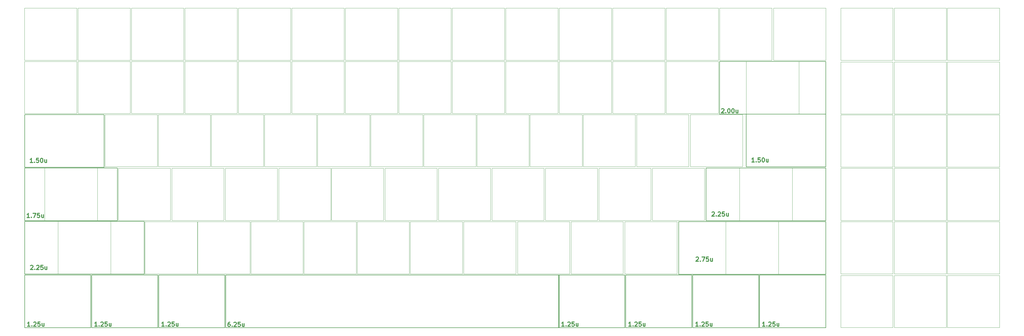
<source format=gbr>
%TF.GenerationSoftware,KiCad,Pcbnew,(5.1.10)-1*%
%TF.CreationDate,2021-09-10T11:23:46-07:00*%
%TF.ProjectId,chgray-keyboard,63686772-6179-42d6-9b65-79626f617264,Yeet2*%
%TF.SameCoordinates,Original*%
%TF.FileFunction,OtherDrawing,Comment*%
%FSLAX46Y46*%
G04 Gerber Fmt 4.6, Leading zero omitted, Abs format (unit mm)*
G04 Created by KiCad (PCBNEW (5.1.10)-1) date 2021-09-10 11:23:46*
%MOMM*%
%LPD*%
G01*
G04 APERTURE LIST*
%ADD10C,0.152400*%
%ADD11C,0.120000*%
%ADD12C,0.150000*%
%ADD13C,0.304800*%
G04 APERTURE END LIST*
D10*
%TO.C,SW58*%
X244957600Y-123444000D02*
X221396560Y-123444000D01*
X244957600Y-104648000D02*
X244957600Y-123444000D01*
X221396560Y-123444000D02*
X221396560Y-104648000D01*
X221391480Y-104648000D02*
X244952520Y-104648000D01*
%TO.C,SW57*%
X102773480Y-123444000D02*
X102773480Y-104648000D01*
X221584520Y-123444000D02*
X102773480Y-123444000D01*
X221584520Y-104648000D02*
X221584520Y-123444000D01*
X102773480Y-104648000D02*
X221584520Y-104648000D01*
%TO.C,RIGHT-SPACE1*%
X268833600Y-123444000D02*
X245272560Y-123444000D01*
X268833600Y-104648000D02*
X268833600Y-123444000D01*
X245272560Y-123444000D02*
X245272560Y-104648000D01*
X245267480Y-104648000D02*
X268828520Y-104648000D01*
D11*
%TO.C,LEFT_ALT1*%
X126338000Y-27967000D02*
X126338000Y-9371000D01*
X144934000Y-27967000D02*
X126338000Y-27967000D01*
X144934000Y-9371000D02*
X144934000Y-27967000D01*
X126338000Y-9371000D02*
X144934000Y-9371000D01*
%TO.C,RIGHT-SHIFT2*%
X202538000Y-27967000D02*
X202538000Y-9371000D01*
X221134000Y-27967000D02*
X202538000Y-27967000D01*
X221134000Y-9371000D02*
X221134000Y-27967000D01*
X202538000Y-9371000D02*
X221134000Y-9371000D01*
%TO.C,LEFT-SPACE1*%
X145388000Y-27967000D02*
X145388000Y-9371000D01*
X163984000Y-27967000D02*
X145388000Y-27967000D01*
X163984000Y-9371000D02*
X163984000Y-27967000D01*
X145388000Y-9371000D02*
X163984000Y-9371000D01*
%TO.C,SW50*%
X321867000Y-27967000D02*
X321867000Y-9371000D01*
X340463000Y-27967000D02*
X321867000Y-27967000D01*
X340463000Y-9371000D02*
X340463000Y-27967000D01*
X321867000Y-9371000D02*
X340463000Y-9371000D01*
%TO.C,SW45*%
X259688000Y-27967000D02*
X259688000Y-9371000D01*
X278284000Y-27967000D02*
X259688000Y-27967000D01*
X278284000Y-9371000D02*
X278284000Y-27967000D01*
X259688000Y-9371000D02*
X278284000Y-9371000D01*
%TO.C,SW37*%
X359840000Y-27967000D02*
X359840000Y-9371000D01*
X378436000Y-27967000D02*
X359840000Y-27967000D01*
X378436000Y-9371000D02*
X378436000Y-27967000D01*
X359840000Y-9371000D02*
X378436000Y-9371000D01*
%TO.C,SW25*%
X278738000Y-27967000D02*
X278738000Y-9371000D01*
X297334000Y-27967000D02*
X278738000Y-27967000D01*
X297334000Y-9371000D02*
X297334000Y-27967000D01*
X278738000Y-9371000D02*
X297334000Y-9371000D01*
%TO.C,SW21*%
X297936000Y-27967000D02*
X297936000Y-9371000D01*
X316532000Y-27967000D02*
X297936000Y-27967000D01*
X316532000Y-9371000D02*
X316532000Y-27967000D01*
X297936000Y-9371000D02*
X316532000Y-9371000D01*
%TO.C,SW13*%
X240638000Y-27967000D02*
X240638000Y-9371000D01*
X259234000Y-27967000D02*
X240638000Y-27967000D01*
X259234000Y-9371000D02*
X259234000Y-27967000D01*
X240638000Y-9371000D02*
X259234000Y-9371000D01*
%TO.C,SW9*%
X340917000Y-27967000D02*
X340917000Y-9371000D01*
X359513000Y-27967000D02*
X340917000Y-27967000D01*
X359513000Y-9371000D02*
X359513000Y-27967000D01*
X340917000Y-9371000D02*
X359513000Y-9371000D01*
%TO.C,SW3*%
X221588000Y-27967000D02*
X221588000Y-9371000D01*
X240184000Y-27967000D02*
X221588000Y-27967000D01*
X240184000Y-9371000D02*
X240184000Y-27967000D01*
X221588000Y-9371000D02*
X240184000Y-9371000D01*
D10*
%TO.C,RightMeta1*%
X316515600Y-123444000D02*
X292954560Y-123444000D01*
X316515600Y-104648000D02*
X316515600Y-123444000D01*
X292954560Y-123444000D02*
X292954560Y-104648000D01*
X292949480Y-104648000D02*
X316510520Y-104648000D01*
D12*
%TO.C,RIGHT-SHIFT1*%
X264128250Y-85598000D02*
X316515750Y-85598000D01*
X316515750Y-104394000D02*
X264128250Y-104394000D01*
D10*
X264128250Y-104394000D02*
X264128250Y-85598000D01*
X316515750Y-85598000D02*
X316515750Y-104394000D01*
D11*
X280934000Y-104384000D02*
X280934000Y-85588000D01*
X299730000Y-85588000D02*
X299730000Y-104384000D01*
X299730000Y-104384000D02*
X280934000Y-104384000D01*
X280934000Y-85588000D02*
X299730000Y-85588000D01*
D10*
%TO.C,ENTER1*%
X273904480Y-85217000D02*
X273904480Y-66421000D01*
X316515520Y-66421000D02*
X316515520Y-85217000D01*
X316515520Y-85217000D02*
X273904480Y-85217000D01*
X273904480Y-66421000D02*
X316515520Y-66421000D01*
D11*
X285822000Y-85207000D02*
X285822000Y-66411000D01*
X304618000Y-66411000D02*
X304618000Y-85207000D01*
X304618000Y-85207000D02*
X285822000Y-85207000D01*
X285822000Y-66411000D02*
X304618000Y-66411000D01*
%TO.C,SW4*%
X31088000Y-46971900D02*
X31088000Y-28375900D01*
X49684000Y-46971900D02*
X31088000Y-46971900D01*
X49684000Y-28375900D02*
X49684000Y-46971900D01*
X31088000Y-28375900D02*
X49684000Y-28375900D01*
D10*
%TO.C,WinKey1*%
X102463600Y-123444000D02*
X78902560Y-123444000D01*
X102463600Y-104648000D02*
X102463600Y-123444000D01*
X78902560Y-123444000D02*
X78902560Y-104648000D01*
X78897480Y-104648000D02*
X102458520Y-104648000D01*
%TO.C,LEFT_FN1*%
X78587600Y-123444000D02*
X55026560Y-123444000D01*
X78587600Y-104648000D02*
X78587600Y-123444000D01*
X55026560Y-123444000D02*
X55026560Y-104648000D01*
X55021480Y-104648000D02*
X78582520Y-104648000D01*
%TO.C,LEFT_CTRL1*%
X54670300Y-123444000D02*
X31109260Y-123444000D01*
X54670300Y-104648000D02*
X54670300Y-123444000D01*
X31109260Y-123444000D02*
X31109260Y-104648000D01*
X31104180Y-104648000D02*
X54665220Y-104648000D01*
%TO.C,Slash1*%
X288194500Y-47244000D02*
X316515500Y-47244000D01*
X316515500Y-66040000D02*
X316515500Y-47244000D01*
X316515500Y-66040000D02*
X288194500Y-66040000D01*
X288194500Y-47244000D02*
X288194500Y-66040000D01*
%TO.C,LEFT-SHIFT1*%
X31104180Y-104267000D02*
X31104180Y-85471000D01*
X73715220Y-85471000D02*
X73715220Y-104267000D01*
X73715220Y-104267000D02*
X31104180Y-104267000D01*
X31104180Y-85471000D02*
X73715220Y-85471000D01*
D11*
X43021700Y-104257000D02*
X43021700Y-85461000D01*
X61817700Y-85461000D02*
X61817700Y-104257000D01*
X61817700Y-104257000D02*
X43021700Y-104257000D01*
X43021700Y-85461000D02*
X61817700Y-85461000D01*
%TO.C,Backspace1*%
X288205000Y-28438000D02*
X307001000Y-28438000D01*
X307001000Y-47234000D02*
X288205000Y-47234000D01*
X307001000Y-28438000D02*
X307001000Y-47234000D01*
X288205000Y-47234000D02*
X288205000Y-28438000D01*
D10*
X278670000Y-28448000D02*
X316516000Y-28448000D01*
X316516000Y-47244000D02*
X278670000Y-47244000D01*
X316516000Y-28448000D02*
X316516000Y-47244000D01*
X278670000Y-47244000D02*
X278670000Y-28448000D01*
%TO.C,TAB1*%
X31104200Y-47387200D02*
X59425200Y-47387200D01*
X59425200Y-66183200D02*
X59425200Y-47387200D01*
X59425200Y-66183200D02*
X31104200Y-66183200D01*
X31104200Y-47387200D02*
X31104200Y-66183200D01*
%TO.C,CAPS1*%
X64190220Y-85217000D02*
X64190220Y-66421000D01*
X31104180Y-66421000D02*
X31104180Y-85217000D01*
X31104180Y-85217000D02*
X64190220Y-85217000D01*
X31104180Y-66421000D02*
X64190220Y-66421000D01*
D11*
X38259200Y-85207000D02*
X38259200Y-66411000D01*
X57055200Y-66411000D02*
X57055200Y-85207000D01*
X57055200Y-85207000D02*
X38259200Y-85207000D01*
X38259200Y-66411000D02*
X57055200Y-66411000D01*
%TO.C,SW63*%
X235685000Y-85117000D02*
X235685000Y-66521000D01*
X254281000Y-85117000D02*
X235685000Y-85117000D01*
X254281000Y-66521000D02*
X254281000Y-85117000D01*
X235685000Y-66521000D02*
X254281000Y-66521000D01*
%TO.C,SW1*%
X107288000Y-27967000D02*
X107288000Y-9371000D01*
X125884000Y-27967000D02*
X107288000Y-27967000D01*
X125884000Y-9371000D02*
X125884000Y-27967000D01*
X107288000Y-9371000D02*
X125884000Y-9371000D01*
%TO.C,SW2*%
X225779000Y-104167000D02*
X225779000Y-85571000D01*
X244375000Y-104167000D02*
X225779000Y-104167000D01*
X244375000Y-85571000D02*
X244375000Y-104167000D01*
X225779000Y-85571000D02*
X244375000Y-85571000D01*
%TO.C,SW5*%
X50138000Y-46971900D02*
X50138000Y-28375900D01*
X68734000Y-46971900D02*
X50138000Y-46971900D01*
X68734000Y-28375900D02*
X68734000Y-46971900D01*
X50138000Y-28375900D02*
X68734000Y-28375900D01*
%TO.C,SW6*%
X59790000Y-65940000D02*
X59790000Y-47344000D01*
X78386000Y-65940000D02*
X59790000Y-65940000D01*
X78386000Y-47344000D02*
X78386000Y-65940000D01*
X59790000Y-47344000D02*
X78386000Y-47344000D01*
%TO.C,SW7*%
X64489000Y-85117000D02*
X64489000Y-66521000D01*
X83085000Y-85117000D02*
X64489000Y-85117000D01*
X83085000Y-66521000D02*
X83085000Y-85117000D01*
X64489000Y-66521000D02*
X83085000Y-66521000D01*
%TO.C,SW8*%
X321867000Y-104167000D02*
X321867000Y-85571000D01*
X340463000Y-104167000D02*
X321867000Y-104167000D01*
X340463000Y-85571000D02*
X340463000Y-104167000D01*
X321867000Y-85571000D02*
X340463000Y-85571000D01*
%TO.C,SW10*%
X83539000Y-85117000D02*
X83539000Y-66521000D01*
X102135000Y-85117000D02*
X83539000Y-85117000D01*
X102135000Y-66521000D02*
X102135000Y-85117000D01*
X83539000Y-66521000D02*
X102135000Y-66521000D01*
%TO.C,SW11*%
X74014000Y-104167000D02*
X74014000Y-85571000D01*
X92610000Y-104167000D02*
X74014000Y-104167000D01*
X92610000Y-85571000D02*
X92610000Y-104167000D01*
X74014000Y-85571000D02*
X92610000Y-85571000D01*
%TO.C,SW12*%
X88238000Y-27967000D02*
X88238000Y-9371000D01*
X106834000Y-27967000D02*
X88238000Y-27967000D01*
X106834000Y-9371000D02*
X106834000Y-27967000D01*
X88238000Y-9371000D02*
X106834000Y-9371000D01*
%TO.C,SW14*%
X69188000Y-46971900D02*
X69188000Y-28375900D01*
X87784000Y-46971900D02*
X69188000Y-46971900D01*
X87784000Y-28375900D02*
X87784000Y-46971900D01*
X69188000Y-28375900D02*
X87784000Y-28375900D01*
%TO.C,SW15*%
X78713000Y-65940000D02*
X78713000Y-47344000D01*
X97309000Y-65940000D02*
X78713000Y-65940000D01*
X97309000Y-47344000D02*
X97309000Y-65940000D01*
X78713000Y-47344000D02*
X97309000Y-47344000D01*
%TO.C,SW16*%
X88238000Y-46971900D02*
X88238000Y-28375900D01*
X106834000Y-46971900D02*
X88238000Y-46971900D01*
X106834000Y-28375900D02*
X106834000Y-46971900D01*
X88238000Y-28375900D02*
X106834000Y-28375900D01*
%TO.C,SW17*%
X97636000Y-65940000D02*
X97636000Y-47344000D01*
X116232000Y-65940000D02*
X97636000Y-65940000D01*
X116232000Y-47344000D02*
X116232000Y-65940000D01*
X97636000Y-47344000D02*
X116232000Y-47344000D01*
%TO.C,SW18*%
X102589000Y-85117000D02*
X102589000Y-66521000D01*
X121185000Y-85117000D02*
X102589000Y-85117000D01*
X121185000Y-66521000D02*
X121185000Y-85117000D01*
X102589000Y-66521000D02*
X121185000Y-66521000D01*
%TO.C,SW19*%
X92810000Y-104167000D02*
X92810000Y-85571000D01*
X111406000Y-104167000D02*
X92810000Y-104167000D01*
X111406000Y-85571000D02*
X111406000Y-104167000D01*
X92810000Y-85571000D02*
X111406000Y-85571000D01*
%TO.C,SW20*%
X230097000Y-65940000D02*
X230097000Y-47344000D01*
X248693000Y-65940000D02*
X230097000Y-65940000D01*
X248693000Y-47344000D02*
X248693000Y-65940000D01*
X230097000Y-47344000D02*
X248693000Y-47344000D01*
%TO.C,SW22*%
X121639000Y-85117000D02*
X121639000Y-66521000D01*
X140235000Y-85117000D02*
X121639000Y-85117000D01*
X140235000Y-66521000D02*
X140235000Y-85117000D01*
X121639000Y-66521000D02*
X140235000Y-66521000D01*
%TO.C,SW23*%
X111733000Y-104167000D02*
X111733000Y-85571000D01*
X130329000Y-104167000D02*
X111733000Y-104167000D01*
X130329000Y-85571000D02*
X130329000Y-104167000D01*
X111733000Y-85571000D02*
X130329000Y-85571000D01*
%TO.C,SW24*%
X249147000Y-65940000D02*
X249147000Y-47344000D01*
X267743000Y-65940000D02*
X249147000Y-65940000D01*
X267743000Y-47344000D02*
X267743000Y-65940000D01*
X249147000Y-47344000D02*
X267743000Y-47344000D01*
%TO.C,SW26*%
X107288000Y-46971900D02*
X107288000Y-28375900D01*
X125884000Y-46971900D02*
X107288000Y-46971900D01*
X125884000Y-28375900D02*
X125884000Y-46971900D01*
X107288000Y-28375900D02*
X125884000Y-28375900D01*
%TO.C,SW27*%
X116559000Y-65940000D02*
X116559000Y-47344000D01*
X135155000Y-65940000D02*
X116559000Y-65940000D01*
X135155000Y-47344000D02*
X135155000Y-65940000D01*
X116559000Y-47344000D02*
X135155000Y-47344000D01*
%TO.C,SW28*%
X126338000Y-46971900D02*
X126338000Y-28375900D01*
X144934000Y-46971900D02*
X126338000Y-46971900D01*
X144934000Y-28375900D02*
X144934000Y-46971900D01*
X126338000Y-28375900D02*
X144934000Y-28375900D01*
%TO.C,SW29*%
X135482000Y-65940000D02*
X135482000Y-47344000D01*
X154078000Y-65940000D02*
X135482000Y-65940000D01*
X154078000Y-47344000D02*
X154078000Y-65940000D01*
X135482000Y-47344000D02*
X154078000Y-47344000D01*
%TO.C,SW30*%
X140435000Y-85117000D02*
X140435000Y-66521000D01*
X159031000Y-85117000D02*
X140435000Y-85117000D01*
X159031000Y-66521000D02*
X159031000Y-85117000D01*
X140435000Y-66521000D02*
X159031000Y-66521000D01*
%TO.C,SW31*%
X130656000Y-104167000D02*
X130656000Y-85571000D01*
X149252000Y-104167000D02*
X130656000Y-104167000D01*
X149252000Y-85571000D02*
X149252000Y-104167000D01*
X130656000Y-85571000D02*
X149252000Y-85571000D01*
%TO.C,SW32*%
X164438000Y-27967000D02*
X164438000Y-9371000D01*
X183034000Y-27967000D02*
X164438000Y-27967000D01*
X183034000Y-9371000D02*
X183034000Y-27967000D01*
X164438000Y-9371000D02*
X183034000Y-9371000D01*
%TO.C,SW33*%
X159485000Y-85117000D02*
X159485000Y-66521000D01*
X178081000Y-85117000D02*
X159485000Y-85117000D01*
X178081000Y-66521000D02*
X178081000Y-85117000D01*
X159485000Y-66521000D02*
X178081000Y-66521000D01*
%TO.C,SW34*%
X149579000Y-104167000D02*
X149579000Y-85571000D01*
X168175000Y-104167000D02*
X149579000Y-104167000D01*
X168175000Y-85571000D02*
X168175000Y-104167000D01*
X149579000Y-85571000D02*
X168175000Y-85571000D01*
%TO.C,SW35*%
X183488000Y-27967000D02*
X183488000Y-9371000D01*
X202084000Y-27967000D02*
X183488000Y-27967000D01*
X202084000Y-9371000D02*
X202084000Y-27967000D01*
X183488000Y-9371000D02*
X202084000Y-9371000D01*
%TO.C,SW36*%
X244956000Y-104167000D02*
X244956000Y-85571000D01*
X263552000Y-104167000D02*
X244956000Y-104167000D01*
X263552000Y-85571000D02*
X263552000Y-104167000D01*
X244956000Y-85571000D02*
X263552000Y-85571000D01*
%TO.C,SW38*%
X145388000Y-46971900D02*
X145388000Y-28375900D01*
X163984000Y-46971900D02*
X145388000Y-46971900D01*
X163984000Y-28375900D02*
X163984000Y-46971900D01*
X145388000Y-28375900D02*
X163984000Y-28375900D01*
%TO.C,SW39*%
X154405000Y-65940000D02*
X154405000Y-47344000D01*
X173001000Y-65940000D02*
X154405000Y-65940000D01*
X173001000Y-47344000D02*
X173001000Y-65940000D01*
X154405000Y-47344000D02*
X173001000Y-47344000D01*
%TO.C,SW40*%
X164438000Y-46971900D02*
X164438000Y-28375900D01*
X183034000Y-46971900D02*
X164438000Y-46971900D01*
X183034000Y-28375900D02*
X183034000Y-46971900D01*
X164438000Y-28375900D02*
X183034000Y-28375900D01*
%TO.C,SW41*%
X173328000Y-65940000D02*
X173328000Y-47344000D01*
X191924000Y-65940000D02*
X173328000Y-65940000D01*
X191924000Y-47344000D02*
X191924000Y-65940000D01*
X173328000Y-47344000D02*
X191924000Y-47344000D01*
%TO.C,SW42*%
X178535000Y-85117000D02*
X178535000Y-66521000D01*
X197131000Y-85117000D02*
X178535000Y-85117000D01*
X197131000Y-66521000D02*
X197131000Y-85117000D01*
X178535000Y-66521000D02*
X197131000Y-66521000D01*
%TO.C,SW43*%
X168502000Y-104167000D02*
X168502000Y-85571000D01*
X187098000Y-104167000D02*
X168502000Y-104167000D01*
X187098000Y-85571000D02*
X187098000Y-104167000D01*
X168502000Y-85571000D02*
X187098000Y-85571000D01*
%TO.C,SW44*%
X240638000Y-46971900D02*
X240638000Y-28375900D01*
X259234000Y-46971900D02*
X240638000Y-46971900D01*
X259234000Y-28375900D02*
X259234000Y-46971900D01*
X240638000Y-28375900D02*
X259234000Y-28375900D01*
%TO.C,SW46*%
X197585000Y-85117000D02*
X197585000Y-66521000D01*
X216181000Y-85117000D02*
X197585000Y-85117000D01*
X216181000Y-66521000D02*
X216181000Y-85117000D01*
X197585000Y-66521000D02*
X216181000Y-66521000D01*
%TO.C,SW47*%
X187552000Y-104167000D02*
X187552000Y-85571000D01*
X206148000Y-104167000D02*
X187552000Y-104167000D01*
X206148000Y-85571000D02*
X206148000Y-104167000D01*
X187552000Y-85571000D02*
X206148000Y-85571000D01*
%TO.C,SW49*%
X259688000Y-46971900D02*
X259688000Y-28375900D01*
X278284000Y-46971900D02*
X259688000Y-46971900D01*
X278284000Y-28375900D02*
X278284000Y-46971900D01*
X259688000Y-28375900D02*
X278284000Y-28375900D01*
%TO.C,SW51*%
X183488000Y-46971900D02*
X183488000Y-28375900D01*
X202084000Y-46971900D02*
X183488000Y-46971900D01*
X202084000Y-28375900D02*
X202084000Y-46971900D01*
X183488000Y-28375900D02*
X202084000Y-28375900D01*
%TO.C,SW52*%
X192251000Y-65940000D02*
X192251000Y-47344000D01*
X210847000Y-65940000D02*
X192251000Y-65940000D01*
X210847000Y-47344000D02*
X210847000Y-65940000D01*
X192251000Y-47344000D02*
X210847000Y-47344000D01*
%TO.C,SW53*%
X202538000Y-46971900D02*
X202538000Y-28375900D01*
X221134000Y-46971900D02*
X202538000Y-46971900D01*
X221134000Y-28375900D02*
X221134000Y-46971900D01*
X202538000Y-28375900D02*
X221134000Y-28375900D01*
%TO.C,SW54*%
X211174000Y-65940000D02*
X211174000Y-47344000D01*
X229770000Y-65940000D02*
X211174000Y-65940000D01*
X229770000Y-47344000D02*
X229770000Y-65940000D01*
X211174000Y-47344000D02*
X229770000Y-47344000D01*
%TO.C,SW55*%
X216635000Y-85117000D02*
X216635000Y-66521000D01*
X235231000Y-85117000D02*
X216635000Y-85117000D01*
X235231000Y-66521000D02*
X235231000Y-85117000D01*
X216635000Y-66521000D02*
X235231000Y-66521000D01*
%TO.C,SW56*%
X206729000Y-104167000D02*
X206729000Y-85571000D01*
X225325000Y-104167000D02*
X206729000Y-104167000D01*
X225325000Y-85571000D02*
X225325000Y-104167000D01*
X206729000Y-85571000D02*
X225325000Y-85571000D01*
%TO.C,SW59*%
X221588000Y-46971900D02*
X221588000Y-28375900D01*
X240184000Y-46971900D02*
X221588000Y-46971900D01*
X240184000Y-28375900D02*
X240184000Y-46971900D01*
X221588000Y-28375900D02*
X240184000Y-28375900D01*
%TO.C,SW60*%
X340917000Y-85117000D02*
X340917000Y-66521000D01*
X359513000Y-85117000D02*
X340917000Y-85117000D01*
X359513000Y-66521000D02*
X359513000Y-85117000D01*
X340917000Y-66521000D02*
X359513000Y-66521000D01*
%TO.C,SW61*%
X268324000Y-65940000D02*
X268324000Y-47344000D01*
X286920000Y-65940000D02*
X268324000Y-65940000D01*
X286920000Y-47344000D02*
X286920000Y-65940000D01*
X268324000Y-47344000D02*
X286920000Y-47344000D01*
%TO.C,SW62*%
X359840000Y-85117000D02*
X359840000Y-66521000D01*
X378436000Y-85117000D02*
X359840000Y-85117000D01*
X378436000Y-66521000D02*
X378436000Y-85117000D01*
X359840000Y-66521000D02*
X378436000Y-66521000D01*
%TO.C,SW64*%
X254735000Y-85117000D02*
X254735000Y-66521000D01*
X273331000Y-85117000D02*
X254735000Y-85117000D01*
X273331000Y-66521000D02*
X273331000Y-85117000D01*
X254735000Y-66521000D02*
X273331000Y-66521000D01*
%TO.C,SW66*%
X340917000Y-66067000D02*
X340917000Y-47471000D01*
X359513000Y-66067000D02*
X340917000Y-66067000D01*
X359513000Y-47471000D02*
X359513000Y-66067000D01*
X340917000Y-47471000D02*
X359513000Y-47471000D01*
%TO.C,SW67*%
X321867000Y-66067000D02*
X321867000Y-47471000D01*
X340463000Y-66067000D02*
X321867000Y-66067000D01*
X340463000Y-47471000D02*
X340463000Y-66067000D01*
X321867000Y-47471000D02*
X340463000Y-47471000D01*
%TO.C,SW65*%
X321867000Y-85117000D02*
X321867000Y-66521000D01*
X340463000Y-85117000D02*
X321867000Y-85117000D01*
X340463000Y-66521000D02*
X340463000Y-85117000D01*
X321867000Y-66521000D02*
X340463000Y-66521000D01*
%TO.C,SW68*%
X340917000Y-104167000D02*
X340917000Y-85571000D01*
X359513000Y-104167000D02*
X340917000Y-104167000D01*
X359513000Y-85571000D02*
X359513000Y-104167000D01*
X340917000Y-85571000D02*
X359513000Y-85571000D01*
%TO.C,SW69*%
X321867000Y-47144000D02*
X321867000Y-28548000D01*
X340463000Y-47144000D02*
X321867000Y-47144000D01*
X340463000Y-28548000D02*
X340463000Y-47144000D01*
X321867000Y-28548000D02*
X340463000Y-28548000D01*
%TO.C,SW70*%
X50138000Y-27967000D02*
X50138000Y-9371000D01*
X68734000Y-27967000D02*
X50138000Y-27967000D01*
X68734000Y-9371000D02*
X68734000Y-27967000D01*
X50138000Y-9371000D02*
X68734000Y-9371000D01*
%TO.C,SW71*%
X359840000Y-66067000D02*
X359840000Y-47471000D01*
X378436000Y-66067000D02*
X359840000Y-66067000D01*
X378436000Y-47471000D02*
X378436000Y-66067000D01*
X359840000Y-47471000D02*
X378436000Y-47471000D01*
%TO.C,SW72*%
X359840000Y-104167000D02*
X359840000Y-85571000D01*
X378436000Y-104167000D02*
X359840000Y-104167000D01*
X378436000Y-85571000D02*
X378436000Y-104167000D01*
X359840000Y-85571000D02*
X378436000Y-85571000D01*
%TO.C,SW73*%
X31088000Y-27967000D02*
X31088000Y-9371000D01*
X49684000Y-27967000D02*
X31088000Y-27967000D01*
X49684000Y-9371000D02*
X49684000Y-27967000D01*
X31088000Y-9371000D02*
X49684000Y-9371000D01*
%TO.C,SW74*%
X359840000Y-47144000D02*
X359840000Y-28548000D01*
X378436000Y-47144000D02*
X359840000Y-47144000D01*
X378436000Y-28548000D02*
X378436000Y-47144000D01*
X359840000Y-28548000D02*
X378436000Y-28548000D01*
%TO.C,SW75*%
X359840000Y-123344000D02*
X359840000Y-104748000D01*
X378436000Y-123344000D02*
X359840000Y-123344000D01*
X378436000Y-104748000D02*
X378436000Y-123344000D01*
X359840000Y-104748000D02*
X378436000Y-104748000D01*
%TO.C,SW76*%
X340917000Y-123344000D02*
X340917000Y-104748000D01*
X359513000Y-123344000D02*
X340917000Y-123344000D01*
X359513000Y-104748000D02*
X359513000Y-123344000D01*
X340917000Y-104748000D02*
X359513000Y-104748000D01*
%TO.C,SW77*%
X321867000Y-123344000D02*
X321867000Y-104748000D01*
X340463000Y-123344000D02*
X321867000Y-123344000D01*
X340463000Y-104748000D02*
X340463000Y-123344000D01*
X321867000Y-104748000D02*
X340463000Y-104748000D01*
%TO.C,S2*%
X69188000Y-27967000D02*
X69188000Y-9371000D01*
X87784000Y-27967000D02*
X69188000Y-27967000D01*
X87784000Y-9371000D02*
X87784000Y-27967000D01*
X69188000Y-9371000D02*
X87784000Y-9371000D01*
%TO.C,S1*%
X340917000Y-47144000D02*
X340917000Y-28548000D01*
X359513000Y-47144000D02*
X340917000Y-47144000D01*
X359513000Y-28548000D02*
X359513000Y-47144000D01*
X340917000Y-28548000D02*
X359513000Y-28548000D01*
D10*
%TO.C,SW48*%
X292709600Y-123444000D02*
X269148560Y-123444000D01*
X292709600Y-104648000D02*
X292709600Y-123444000D01*
X269148560Y-123444000D02*
X269148560Y-104648000D01*
X269143480Y-104648000D02*
X292704520Y-104648000D01*
%TD*%
%TO.C,SW58*%
D13*
X223336394Y-122914228D02*
X222465537Y-122914228D01*
X222900965Y-122914228D02*
X222900965Y-121390228D01*
X222755822Y-121607942D01*
X222610680Y-121753085D01*
X222465537Y-121825657D01*
X223989537Y-122769085D02*
X224062108Y-122841657D01*
X223989537Y-122914228D01*
X223916965Y-122841657D01*
X223989537Y-122769085D01*
X223989537Y-122914228D01*
X224642680Y-121535371D02*
X224715251Y-121462800D01*
X224860394Y-121390228D01*
X225223251Y-121390228D01*
X225368394Y-121462800D01*
X225440965Y-121535371D01*
X225513537Y-121680514D01*
X225513537Y-121825657D01*
X225440965Y-122043371D01*
X224570108Y-122914228D01*
X225513537Y-122914228D01*
X226892394Y-121390228D02*
X226166680Y-121390228D01*
X226094108Y-122115942D01*
X226166680Y-122043371D01*
X226311822Y-121970800D01*
X226674680Y-121970800D01*
X226819822Y-122043371D01*
X226892394Y-122115942D01*
X226964965Y-122261085D01*
X226964965Y-122623942D01*
X226892394Y-122769085D01*
X226819822Y-122841657D01*
X226674680Y-122914228D01*
X226311822Y-122914228D01*
X226166680Y-122841657D01*
X226094108Y-122769085D01*
X228271251Y-121898228D02*
X228271251Y-122914228D01*
X227618108Y-121898228D02*
X227618108Y-122696514D01*
X227690680Y-122841657D01*
X227835822Y-122914228D01*
X228053537Y-122914228D01*
X228198680Y-122841657D01*
X228271251Y-122769085D01*
%TO.C,SW57*%
X104243051Y-121466428D02*
X103952765Y-121466428D01*
X103807622Y-121539000D01*
X103735051Y-121611571D01*
X103589908Y-121829285D01*
X103517337Y-122119571D01*
X103517337Y-122700142D01*
X103589908Y-122845285D01*
X103662480Y-122917857D01*
X103807622Y-122990428D01*
X104097908Y-122990428D01*
X104243051Y-122917857D01*
X104315622Y-122845285D01*
X104388194Y-122700142D01*
X104388194Y-122337285D01*
X104315622Y-122192142D01*
X104243051Y-122119571D01*
X104097908Y-122047000D01*
X103807622Y-122047000D01*
X103662480Y-122119571D01*
X103589908Y-122192142D01*
X103517337Y-122337285D01*
X105041337Y-122845285D02*
X105113908Y-122917857D01*
X105041337Y-122990428D01*
X104968765Y-122917857D01*
X105041337Y-122845285D01*
X105041337Y-122990428D01*
X105694480Y-121611571D02*
X105767051Y-121539000D01*
X105912194Y-121466428D01*
X106275051Y-121466428D01*
X106420194Y-121539000D01*
X106492765Y-121611571D01*
X106565337Y-121756714D01*
X106565337Y-121901857D01*
X106492765Y-122119571D01*
X105621908Y-122990428D01*
X106565337Y-122990428D01*
X107944194Y-121466428D02*
X107218480Y-121466428D01*
X107145908Y-122192142D01*
X107218480Y-122119571D01*
X107363622Y-122047000D01*
X107726480Y-122047000D01*
X107871622Y-122119571D01*
X107944194Y-122192142D01*
X108016765Y-122337285D01*
X108016765Y-122700142D01*
X107944194Y-122845285D01*
X107871622Y-122917857D01*
X107726480Y-122990428D01*
X107363622Y-122990428D01*
X107218480Y-122917857D01*
X107145908Y-122845285D01*
X109323051Y-121974428D02*
X109323051Y-122990428D01*
X108669908Y-121974428D02*
X108669908Y-122772714D01*
X108742480Y-122917857D01*
X108887622Y-122990428D01*
X109105337Y-122990428D01*
X109250480Y-122917857D01*
X109323051Y-122845285D01*
%TO.C,RIGHT-SPACE1*%
X247212394Y-122914228D02*
X246341537Y-122914228D01*
X246776965Y-122914228D02*
X246776965Y-121390228D01*
X246631822Y-121607942D01*
X246486680Y-121753085D01*
X246341537Y-121825657D01*
X247865537Y-122769085D02*
X247938108Y-122841657D01*
X247865537Y-122914228D01*
X247792965Y-122841657D01*
X247865537Y-122769085D01*
X247865537Y-122914228D01*
X248518680Y-121535371D02*
X248591251Y-121462800D01*
X248736394Y-121390228D01*
X249099251Y-121390228D01*
X249244394Y-121462800D01*
X249316965Y-121535371D01*
X249389537Y-121680514D01*
X249389537Y-121825657D01*
X249316965Y-122043371D01*
X248446108Y-122914228D01*
X249389537Y-122914228D01*
X250768394Y-121390228D02*
X250042680Y-121390228D01*
X249970108Y-122115942D01*
X250042680Y-122043371D01*
X250187822Y-121970800D01*
X250550680Y-121970800D01*
X250695822Y-122043371D01*
X250768394Y-122115942D01*
X250840965Y-122261085D01*
X250840965Y-122623942D01*
X250768394Y-122769085D01*
X250695822Y-122841657D01*
X250550680Y-122914228D01*
X250187822Y-122914228D01*
X250042680Y-122841657D01*
X249970108Y-122769085D01*
X252147251Y-121898228D02*
X252147251Y-122914228D01*
X251494108Y-121898228D02*
X251494108Y-122696514D01*
X251566680Y-122841657D01*
X251711822Y-122914228D01*
X251929537Y-122914228D01*
X252074680Y-122841657D01*
X252147251Y-122769085D01*
%TO.C,RightMeta1*%
X294894394Y-122914228D02*
X294023537Y-122914228D01*
X294458965Y-122914228D02*
X294458965Y-121390228D01*
X294313822Y-121607942D01*
X294168680Y-121753085D01*
X294023537Y-121825657D01*
X295547537Y-122769085D02*
X295620108Y-122841657D01*
X295547537Y-122914228D01*
X295474965Y-122841657D01*
X295547537Y-122769085D01*
X295547537Y-122914228D01*
X296200680Y-121535371D02*
X296273251Y-121462800D01*
X296418394Y-121390228D01*
X296781251Y-121390228D01*
X296926394Y-121462800D01*
X296998965Y-121535371D01*
X297071537Y-121680514D01*
X297071537Y-121825657D01*
X296998965Y-122043371D01*
X296128108Y-122914228D01*
X297071537Y-122914228D01*
X298450394Y-121390228D02*
X297724680Y-121390228D01*
X297652108Y-122115942D01*
X297724680Y-122043371D01*
X297869822Y-121970800D01*
X298232680Y-121970800D01*
X298377822Y-122043371D01*
X298450394Y-122115942D01*
X298522965Y-122261085D01*
X298522965Y-122623942D01*
X298450394Y-122769085D01*
X298377822Y-122841657D01*
X298232680Y-122914228D01*
X297869822Y-122914228D01*
X297724680Y-122841657D01*
X297652108Y-122769085D01*
X299829251Y-121898228D02*
X299829251Y-122914228D01*
X299176108Y-121898228D02*
X299176108Y-122696514D01*
X299248680Y-122841657D01*
X299393822Y-122914228D01*
X299611537Y-122914228D01*
X299756680Y-122841657D01*
X299829251Y-122769085D01*
%TO.C,RIGHT-SHIFT1*%
X270342857Y-98366571D02*
X270415428Y-98294000D01*
X270560571Y-98221428D01*
X270923428Y-98221428D01*
X271068571Y-98294000D01*
X271141142Y-98366571D01*
X271213714Y-98511714D01*
X271213714Y-98656857D01*
X271141142Y-98874571D01*
X270270285Y-99745428D01*
X271213714Y-99745428D01*
X271866857Y-99600285D02*
X271939428Y-99672857D01*
X271866857Y-99745428D01*
X271794285Y-99672857D01*
X271866857Y-99600285D01*
X271866857Y-99745428D01*
X272447428Y-98221428D02*
X273463428Y-98221428D01*
X272810285Y-99745428D01*
X274769714Y-98221428D02*
X274044000Y-98221428D01*
X273971428Y-98947142D01*
X274044000Y-98874571D01*
X274189142Y-98802000D01*
X274552000Y-98802000D01*
X274697142Y-98874571D01*
X274769714Y-98947142D01*
X274842285Y-99092285D01*
X274842285Y-99455142D01*
X274769714Y-99600285D01*
X274697142Y-99672857D01*
X274552000Y-99745428D01*
X274189142Y-99745428D01*
X274044000Y-99672857D01*
X273971428Y-99600285D01*
X276148571Y-98729428D02*
X276148571Y-99745428D01*
X275495428Y-98729428D02*
X275495428Y-99527714D01*
X275568000Y-99672857D01*
X275713142Y-99745428D01*
X275930857Y-99745428D01*
X276076000Y-99672857D01*
X276148571Y-99600285D01*
%TO.C,ENTER1*%
X276014857Y-82241571D02*
X276087428Y-82169000D01*
X276232571Y-82096428D01*
X276595428Y-82096428D01*
X276740571Y-82169000D01*
X276813142Y-82241571D01*
X276885714Y-82386714D01*
X276885714Y-82531857D01*
X276813142Y-82749571D01*
X275942285Y-83620428D01*
X276885714Y-83620428D01*
X277538857Y-83475285D02*
X277611428Y-83547857D01*
X277538857Y-83620428D01*
X277466285Y-83547857D01*
X277538857Y-83475285D01*
X277538857Y-83620428D01*
X278192000Y-82241571D02*
X278264571Y-82169000D01*
X278409714Y-82096428D01*
X278772571Y-82096428D01*
X278917714Y-82169000D01*
X278990285Y-82241571D01*
X279062857Y-82386714D01*
X279062857Y-82531857D01*
X278990285Y-82749571D01*
X278119428Y-83620428D01*
X279062857Y-83620428D01*
X280441714Y-82096428D02*
X279716000Y-82096428D01*
X279643428Y-82822142D01*
X279716000Y-82749571D01*
X279861142Y-82677000D01*
X280224000Y-82677000D01*
X280369142Y-82749571D01*
X280441714Y-82822142D01*
X280514285Y-82967285D01*
X280514285Y-83330142D01*
X280441714Y-83475285D01*
X280369142Y-83547857D01*
X280224000Y-83620428D01*
X279861142Y-83620428D01*
X279716000Y-83547857D01*
X279643428Y-83475285D01*
X281820571Y-82604428D02*
X281820571Y-83620428D01*
X281167428Y-82604428D02*
X281167428Y-83402714D01*
X281240000Y-83547857D01*
X281385142Y-83620428D01*
X281602857Y-83620428D01*
X281748000Y-83547857D01*
X281820571Y-83475285D01*
%TO.C,WinKey1*%
X80842394Y-122914228D02*
X79971537Y-122914228D01*
X80406965Y-122914228D02*
X80406965Y-121390228D01*
X80261822Y-121607942D01*
X80116680Y-121753085D01*
X79971537Y-121825657D01*
X81495537Y-122769085D02*
X81568108Y-122841657D01*
X81495537Y-122914228D01*
X81422965Y-122841657D01*
X81495537Y-122769085D01*
X81495537Y-122914228D01*
X82148680Y-121535371D02*
X82221251Y-121462800D01*
X82366394Y-121390228D01*
X82729251Y-121390228D01*
X82874394Y-121462800D01*
X82946965Y-121535371D01*
X83019537Y-121680514D01*
X83019537Y-121825657D01*
X82946965Y-122043371D01*
X82076108Y-122914228D01*
X83019537Y-122914228D01*
X84398394Y-121390228D02*
X83672680Y-121390228D01*
X83600108Y-122115942D01*
X83672680Y-122043371D01*
X83817822Y-121970800D01*
X84180680Y-121970800D01*
X84325822Y-122043371D01*
X84398394Y-122115942D01*
X84470965Y-122261085D01*
X84470965Y-122623942D01*
X84398394Y-122769085D01*
X84325822Y-122841657D01*
X84180680Y-122914228D01*
X83817822Y-122914228D01*
X83672680Y-122841657D01*
X83600108Y-122769085D01*
X85777251Y-121898228D02*
X85777251Y-122914228D01*
X85124108Y-121898228D02*
X85124108Y-122696514D01*
X85196680Y-122841657D01*
X85341822Y-122914228D01*
X85559537Y-122914228D01*
X85704680Y-122841657D01*
X85777251Y-122769085D01*
%TO.C,LEFT_FN1*%
X56966394Y-122914228D02*
X56095537Y-122914228D01*
X56530965Y-122914228D02*
X56530965Y-121390228D01*
X56385822Y-121607942D01*
X56240680Y-121753085D01*
X56095537Y-121825657D01*
X57619537Y-122769085D02*
X57692108Y-122841657D01*
X57619537Y-122914228D01*
X57546965Y-122841657D01*
X57619537Y-122769085D01*
X57619537Y-122914228D01*
X58272680Y-121535371D02*
X58345251Y-121462800D01*
X58490394Y-121390228D01*
X58853251Y-121390228D01*
X58998394Y-121462800D01*
X59070965Y-121535371D01*
X59143537Y-121680514D01*
X59143537Y-121825657D01*
X59070965Y-122043371D01*
X58200108Y-122914228D01*
X59143537Y-122914228D01*
X60522394Y-121390228D02*
X59796680Y-121390228D01*
X59724108Y-122115942D01*
X59796680Y-122043371D01*
X59941822Y-121970800D01*
X60304680Y-121970800D01*
X60449822Y-122043371D01*
X60522394Y-122115942D01*
X60594965Y-122261085D01*
X60594965Y-122623942D01*
X60522394Y-122769085D01*
X60449822Y-122841657D01*
X60304680Y-122914228D01*
X59941822Y-122914228D01*
X59796680Y-122841657D01*
X59724108Y-122769085D01*
X61901251Y-121898228D02*
X61901251Y-122914228D01*
X61248108Y-121898228D02*
X61248108Y-122696514D01*
X61320680Y-122841657D01*
X61465822Y-122914228D01*
X61683537Y-122914228D01*
X61828680Y-122841657D01*
X61901251Y-122769085D01*
%TO.C,LEFT_CTRL1*%
X33049094Y-122914228D02*
X32178237Y-122914228D01*
X32613665Y-122914228D02*
X32613665Y-121390228D01*
X32468522Y-121607942D01*
X32323380Y-121753085D01*
X32178237Y-121825657D01*
X33702237Y-122769085D02*
X33774808Y-122841657D01*
X33702237Y-122914228D01*
X33629665Y-122841657D01*
X33702237Y-122769085D01*
X33702237Y-122914228D01*
X34355380Y-121535371D02*
X34427951Y-121462800D01*
X34573094Y-121390228D01*
X34935951Y-121390228D01*
X35081094Y-121462800D01*
X35153665Y-121535371D01*
X35226237Y-121680514D01*
X35226237Y-121825657D01*
X35153665Y-122043371D01*
X34282808Y-122914228D01*
X35226237Y-122914228D01*
X36605094Y-121390228D02*
X35879380Y-121390228D01*
X35806808Y-122115942D01*
X35879380Y-122043371D01*
X36024522Y-121970800D01*
X36387380Y-121970800D01*
X36532522Y-122043371D01*
X36605094Y-122115942D01*
X36677665Y-122261085D01*
X36677665Y-122623942D01*
X36605094Y-122769085D01*
X36532522Y-122841657D01*
X36387380Y-122914228D01*
X36024522Y-122914228D01*
X35879380Y-122841657D01*
X35806808Y-122769085D01*
X37983951Y-121898228D02*
X37983951Y-122914228D01*
X37330808Y-121898228D02*
X37330808Y-122696514D01*
X37403380Y-122841657D01*
X37548522Y-122914228D01*
X37766237Y-122914228D01*
X37911380Y-122841657D01*
X37983951Y-122769085D01*
%TO.C,Slash1*%
X291079214Y-64316428D02*
X290208357Y-64316428D01*
X290643785Y-64316428D02*
X290643785Y-62792428D01*
X290498642Y-63010142D01*
X290353500Y-63155285D01*
X290208357Y-63227857D01*
X291732357Y-64171285D02*
X291804928Y-64243857D01*
X291732357Y-64316428D01*
X291659785Y-64243857D01*
X291732357Y-64171285D01*
X291732357Y-64316428D01*
X293183785Y-62792428D02*
X292458071Y-62792428D01*
X292385500Y-63518142D01*
X292458071Y-63445571D01*
X292603214Y-63373000D01*
X292966071Y-63373000D01*
X293111214Y-63445571D01*
X293183785Y-63518142D01*
X293256357Y-63663285D01*
X293256357Y-64026142D01*
X293183785Y-64171285D01*
X293111214Y-64243857D01*
X292966071Y-64316428D01*
X292603214Y-64316428D01*
X292458071Y-64243857D01*
X292385500Y-64171285D01*
X294199785Y-62792428D02*
X294344928Y-62792428D01*
X294490071Y-62865000D01*
X294562642Y-62937571D01*
X294635214Y-63082714D01*
X294707785Y-63373000D01*
X294707785Y-63735857D01*
X294635214Y-64026142D01*
X294562642Y-64171285D01*
X294490071Y-64243857D01*
X294344928Y-64316428D01*
X294199785Y-64316428D01*
X294054642Y-64243857D01*
X293982071Y-64171285D01*
X293909500Y-64026142D01*
X293836928Y-63735857D01*
X293836928Y-63373000D01*
X293909500Y-63082714D01*
X293982071Y-62937571D01*
X294054642Y-62865000D01*
X294199785Y-62792428D01*
X296014071Y-63300428D02*
X296014071Y-64316428D01*
X295360928Y-63300428D02*
X295360928Y-64098714D01*
X295433500Y-64243857D01*
X295578642Y-64316428D01*
X295796357Y-64316428D01*
X295941500Y-64243857D01*
X296014071Y-64171285D01*
%TO.C,LEFT-SHIFT1*%
X33214557Y-101291571D02*
X33287128Y-101219000D01*
X33432271Y-101146428D01*
X33795128Y-101146428D01*
X33940271Y-101219000D01*
X34012842Y-101291571D01*
X34085414Y-101436714D01*
X34085414Y-101581857D01*
X34012842Y-101799571D01*
X33141985Y-102670428D01*
X34085414Y-102670428D01*
X34738557Y-102525285D02*
X34811128Y-102597857D01*
X34738557Y-102670428D01*
X34665985Y-102597857D01*
X34738557Y-102525285D01*
X34738557Y-102670428D01*
X35391700Y-101291571D02*
X35464271Y-101219000D01*
X35609414Y-101146428D01*
X35972271Y-101146428D01*
X36117414Y-101219000D01*
X36189985Y-101291571D01*
X36262557Y-101436714D01*
X36262557Y-101581857D01*
X36189985Y-101799571D01*
X35319128Y-102670428D01*
X36262557Y-102670428D01*
X37641414Y-101146428D02*
X36915700Y-101146428D01*
X36843128Y-101872142D01*
X36915700Y-101799571D01*
X37060842Y-101727000D01*
X37423700Y-101727000D01*
X37568842Y-101799571D01*
X37641414Y-101872142D01*
X37713985Y-102017285D01*
X37713985Y-102380142D01*
X37641414Y-102525285D01*
X37568842Y-102597857D01*
X37423700Y-102670428D01*
X37060842Y-102670428D01*
X36915700Y-102597857D01*
X36843128Y-102525285D01*
X39020271Y-101654428D02*
X39020271Y-102670428D01*
X38367128Y-101654428D02*
X38367128Y-102452714D01*
X38439700Y-102597857D01*
X38584842Y-102670428D01*
X38802557Y-102670428D01*
X38947700Y-102597857D01*
X39020271Y-102525285D01*
%TO.C,Backspace1*%
X279413857Y-45411571D02*
X279486428Y-45339000D01*
X279631571Y-45266428D01*
X279994428Y-45266428D01*
X280139571Y-45339000D01*
X280212142Y-45411571D01*
X280284714Y-45556714D01*
X280284714Y-45701857D01*
X280212142Y-45919571D01*
X279341285Y-46790428D01*
X280284714Y-46790428D01*
X280937857Y-46645285D02*
X281010428Y-46717857D01*
X280937857Y-46790428D01*
X280865285Y-46717857D01*
X280937857Y-46645285D01*
X280937857Y-46790428D01*
X281953857Y-45266428D02*
X282099000Y-45266428D01*
X282244142Y-45339000D01*
X282316714Y-45411571D01*
X282389285Y-45556714D01*
X282461857Y-45847000D01*
X282461857Y-46209857D01*
X282389285Y-46500142D01*
X282316714Y-46645285D01*
X282244142Y-46717857D01*
X282099000Y-46790428D01*
X281953857Y-46790428D01*
X281808714Y-46717857D01*
X281736142Y-46645285D01*
X281663571Y-46500142D01*
X281591000Y-46209857D01*
X281591000Y-45847000D01*
X281663571Y-45556714D01*
X281736142Y-45411571D01*
X281808714Y-45339000D01*
X281953857Y-45266428D01*
X283405285Y-45266428D02*
X283550428Y-45266428D01*
X283695571Y-45339000D01*
X283768142Y-45411571D01*
X283840714Y-45556714D01*
X283913285Y-45847000D01*
X283913285Y-46209857D01*
X283840714Y-46500142D01*
X283768142Y-46645285D01*
X283695571Y-46717857D01*
X283550428Y-46790428D01*
X283405285Y-46790428D01*
X283260142Y-46717857D01*
X283187571Y-46645285D01*
X283115000Y-46500142D01*
X283042428Y-46209857D01*
X283042428Y-45847000D01*
X283115000Y-45556714D01*
X283187571Y-45411571D01*
X283260142Y-45339000D01*
X283405285Y-45266428D01*
X285219571Y-45774428D02*
X285219571Y-46790428D01*
X284566428Y-45774428D02*
X284566428Y-46572714D01*
X284639000Y-46717857D01*
X284784142Y-46790428D01*
X285001857Y-46790428D01*
X285147000Y-46717857D01*
X285219571Y-46645285D01*
%TO.C,TAB1*%
X33988914Y-64459628D02*
X33118057Y-64459628D01*
X33553485Y-64459628D02*
X33553485Y-62935628D01*
X33408342Y-63153342D01*
X33263200Y-63298485D01*
X33118057Y-63371057D01*
X34642057Y-64314485D02*
X34714628Y-64387057D01*
X34642057Y-64459628D01*
X34569485Y-64387057D01*
X34642057Y-64314485D01*
X34642057Y-64459628D01*
X36093485Y-62935628D02*
X35367771Y-62935628D01*
X35295200Y-63661342D01*
X35367771Y-63588771D01*
X35512914Y-63516200D01*
X35875771Y-63516200D01*
X36020914Y-63588771D01*
X36093485Y-63661342D01*
X36166057Y-63806485D01*
X36166057Y-64169342D01*
X36093485Y-64314485D01*
X36020914Y-64387057D01*
X35875771Y-64459628D01*
X35512914Y-64459628D01*
X35367771Y-64387057D01*
X35295200Y-64314485D01*
X37109485Y-62935628D02*
X37254628Y-62935628D01*
X37399771Y-63008200D01*
X37472342Y-63080771D01*
X37544914Y-63225914D01*
X37617485Y-63516200D01*
X37617485Y-63879057D01*
X37544914Y-64169342D01*
X37472342Y-64314485D01*
X37399771Y-64387057D01*
X37254628Y-64459628D01*
X37109485Y-64459628D01*
X36964342Y-64387057D01*
X36891771Y-64314485D01*
X36819200Y-64169342D01*
X36746628Y-63879057D01*
X36746628Y-63516200D01*
X36819200Y-63225914D01*
X36891771Y-63080771D01*
X36964342Y-63008200D01*
X37109485Y-62935628D01*
X38923771Y-63443628D02*
X38923771Y-64459628D01*
X38270628Y-63443628D02*
X38270628Y-64241914D01*
X38343200Y-64387057D01*
X38488342Y-64459628D01*
X38706057Y-64459628D01*
X38851200Y-64387057D01*
X38923771Y-64314485D01*
%TO.C,CAPS1*%
X32878914Y-84128428D02*
X32008057Y-84128428D01*
X32443485Y-84128428D02*
X32443485Y-82604428D01*
X32298342Y-82822142D01*
X32153200Y-82967285D01*
X32008057Y-83039857D01*
X33532057Y-83983285D02*
X33604628Y-84055857D01*
X33532057Y-84128428D01*
X33459485Y-84055857D01*
X33532057Y-83983285D01*
X33532057Y-84128428D01*
X34112628Y-82604428D02*
X35128628Y-82604428D01*
X34475485Y-84128428D01*
X36434914Y-82604428D02*
X35709200Y-82604428D01*
X35636628Y-83330142D01*
X35709200Y-83257571D01*
X35854342Y-83185000D01*
X36217200Y-83185000D01*
X36362342Y-83257571D01*
X36434914Y-83330142D01*
X36507485Y-83475285D01*
X36507485Y-83838142D01*
X36434914Y-83983285D01*
X36362342Y-84055857D01*
X36217200Y-84128428D01*
X35854342Y-84128428D01*
X35709200Y-84055857D01*
X35636628Y-83983285D01*
X37813771Y-83112428D02*
X37813771Y-84128428D01*
X37160628Y-83112428D02*
X37160628Y-83910714D01*
X37233200Y-84055857D01*
X37378342Y-84128428D01*
X37596057Y-84128428D01*
X37741200Y-84055857D01*
X37813771Y-83983285D01*
%TO.C,SW48*%
X271088394Y-122914228D02*
X270217537Y-122914228D01*
X270652965Y-122914228D02*
X270652965Y-121390228D01*
X270507822Y-121607942D01*
X270362680Y-121753085D01*
X270217537Y-121825657D01*
X271741537Y-122769085D02*
X271814108Y-122841657D01*
X271741537Y-122914228D01*
X271668965Y-122841657D01*
X271741537Y-122769085D01*
X271741537Y-122914228D01*
X272394680Y-121535371D02*
X272467251Y-121462800D01*
X272612394Y-121390228D01*
X272975251Y-121390228D01*
X273120394Y-121462800D01*
X273192965Y-121535371D01*
X273265537Y-121680514D01*
X273265537Y-121825657D01*
X273192965Y-122043371D01*
X272322108Y-122914228D01*
X273265537Y-122914228D01*
X274644394Y-121390228D02*
X273918680Y-121390228D01*
X273846108Y-122115942D01*
X273918680Y-122043371D01*
X274063822Y-121970800D01*
X274426680Y-121970800D01*
X274571822Y-122043371D01*
X274644394Y-122115942D01*
X274716965Y-122261085D01*
X274716965Y-122623942D01*
X274644394Y-122769085D01*
X274571822Y-122841657D01*
X274426680Y-122914228D01*
X274063822Y-122914228D01*
X273918680Y-122841657D01*
X273846108Y-122769085D01*
X276023251Y-121898228D02*
X276023251Y-122914228D01*
X275370108Y-121898228D02*
X275370108Y-122696514D01*
X275442680Y-122841657D01*
X275587822Y-122914228D01*
X275805537Y-122914228D01*
X275950680Y-122841657D01*
X276023251Y-122769085D01*
%TD*%
M02*

</source>
